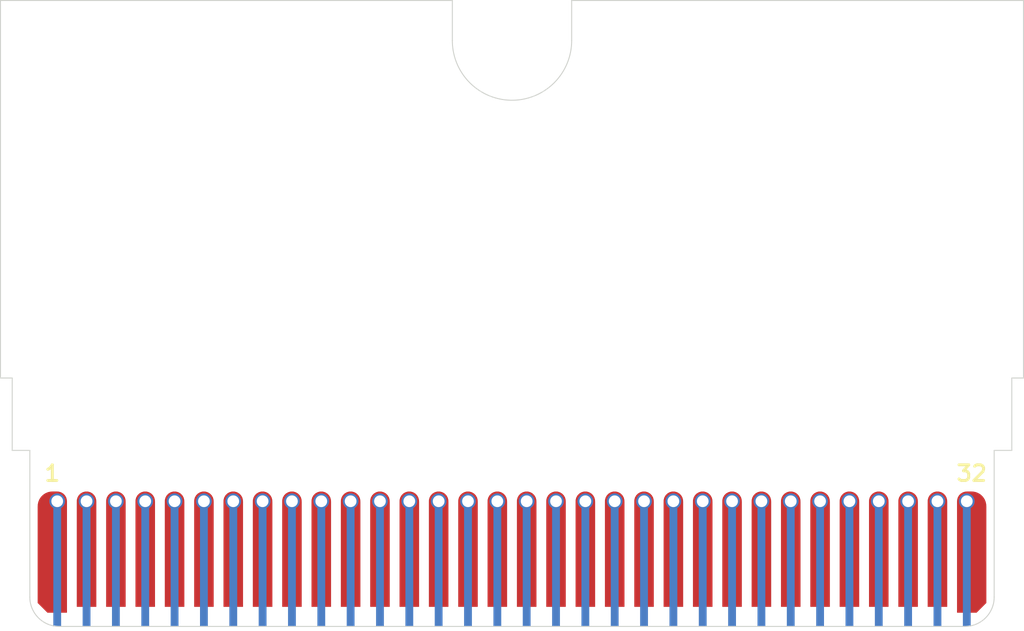
<source format=kicad_pcb>
(kicad_pcb (version 20171130) (host pcbnew "(5.1.6-0-10_14)")

  (general
    (thickness 0.8)
    (drawings 18)
    (tracks 0)
    (zones 0)
    (modules 1)
    (nets 33)
  )

  (page A4)
  (layers
    (0 F.Cu signal)
    (31 B.Cu signal)
    (32 B.Adhes user)
    (33 F.Adhes user)
    (34 B.Paste user)
    (35 F.Paste user)
    (36 B.SilkS user)
    (37 F.SilkS user)
    (38 B.Mask user hide)
    (39 F.Mask user hide)
    (40 Dwgs.User user)
    (41 Cmts.User user)
    (42 Eco1.User user)
    (43 Eco2.User user)
    (44 Edge.Cuts user)
    (45 Margin user)
    (46 B.CrtYd user)
    (47 F.CrtYd user)
    (48 B.Fab user)
    (49 F.Fab user)
  )

  (setup
    (last_trace_width 0.25)
    (trace_clearance 0.2)
    (zone_clearance 0.508)
    (zone_45_only no)
    (trace_min 0.2)
    (via_size 0.8)
    (via_drill 0.4)
    (via_min_size 0.4)
    (via_min_drill 0.3)
    (uvia_size 0.3)
    (uvia_drill 0.1)
    (uvias_allowed no)
    (uvia_min_size 0.2)
    (uvia_min_drill 0.1)
    (edge_width 0.05)
    (segment_width 0.2)
    (pcb_text_width 0.3)
    (pcb_text_size 1.5 1.5)
    (mod_edge_width 0.12)
    (mod_text_size 1 1)
    (mod_text_width 0.15)
    (pad_size 1.524 1.524)
    (pad_drill 0.762)
    (pad_to_mask_clearance 0.05)
    (aux_axis_origin 0 0)
    (visible_elements FFFFFF7F)
    (pcbplotparams
      (layerselection 0x010fc_ffffffff)
      (usegerberextensions false)
      (usegerberattributes true)
      (usegerberadvancedattributes true)
      (creategerberjobfile true)
      (excludeedgelayer true)
      (linewidth 0.100000)
      (plotframeref false)
      (viasonmask false)
      (mode 1)
      (useauxorigin false)
      (hpglpennumber 1)
      (hpglpenspeed 20)
      (hpglpendiameter 15.000000)
      (psnegative false)
      (psa4output false)
      (plotreference true)
      (plotvalue true)
      (plotinvisibletext false)
      (padsonsilk false)
      (subtractmaskfromsilk false)
      (outputformat 1)
      (mirror false)
      (drillshape 1)
      (scaleselection 1)
      (outputdirectory ""))
  )

  (net 0 "")
  (net 1 "Net-(J1-Pad1)")
  (net 2 "Net-(J1-Pad32)")
  (net 3 "Net-(J1-Pad2)")
  (net 4 "Net-(J1-Pad3)")
  (net 5 "Net-(J1-Pad4)")
  (net 6 "Net-(J1-Pad5)")
  (net 7 "Net-(J1-Pad6)")
  (net 8 "Net-(J1-Pad12)")
  (net 9 "Net-(J1-Pad11)")
  (net 10 "Net-(J1-Pad10)")
  (net 11 "Net-(J1-Pad9)")
  (net 12 "Net-(J1-Pad8)")
  (net 13 "Net-(J1-Pad7)")
  (net 14 "Net-(J1-Pad19)")
  (net 15 "Net-(J1-Pad20)")
  (net 16 "Net-(J1-Pad21)")
  (net 17 "Net-(J1-Pad22)")
  (net 18 "Net-(J1-Pad23)")
  (net 19 "Net-(J1-Pad24)")
  (net 20 "Net-(J1-Pad18)")
  (net 21 "Net-(J1-Pad17)")
  (net 22 "Net-(J1-Pad16)")
  (net 23 "Net-(J1-Pad15)")
  (net 24 "Net-(J1-Pad14)")
  (net 25 "Net-(J1-Pad13)")
  (net 26 "Net-(J1-Pad31)")
  (net 27 "Net-(J1-Pad30)")
  (net 28 "Net-(J1-Pad29)")
  (net 29 "Net-(J1-Pad28)")
  (net 30 "Net-(J1-Pad27)")
  (net 31 "Net-(J1-Pad25)")
  (net 32 "Net-(J1-Pad26)")

  (net_class Default "This is the default net class."
    (clearance 0.2)
    (trace_width 0.25)
    (via_dia 0.8)
    (via_drill 0.4)
    (uvia_dia 0.3)
    (uvia_drill 0.1)
    (add_net "Net-(J1-Pad1)")
    (add_net "Net-(J1-Pad10)")
    (add_net "Net-(J1-Pad11)")
    (add_net "Net-(J1-Pad12)")
    (add_net "Net-(J1-Pad13)")
    (add_net "Net-(J1-Pad14)")
    (add_net "Net-(J1-Pad15)")
    (add_net "Net-(J1-Pad16)")
    (add_net "Net-(J1-Pad17)")
    (add_net "Net-(J1-Pad18)")
    (add_net "Net-(J1-Pad19)")
    (add_net "Net-(J1-Pad2)")
    (add_net "Net-(J1-Pad20)")
    (add_net "Net-(J1-Pad21)")
    (add_net "Net-(J1-Pad22)")
    (add_net "Net-(J1-Pad23)")
    (add_net "Net-(J1-Pad24)")
    (add_net "Net-(J1-Pad25)")
    (add_net "Net-(J1-Pad26)")
    (add_net "Net-(J1-Pad27)")
    (add_net "Net-(J1-Pad28)")
    (add_net "Net-(J1-Pad29)")
    (add_net "Net-(J1-Pad3)")
    (add_net "Net-(J1-Pad30)")
    (add_net "Net-(J1-Pad31)")
    (add_net "Net-(J1-Pad32)")
    (add_net "Net-(J1-Pad4)")
    (add_net "Net-(J1-Pad5)")
    (add_net "Net-(J1-Pad6)")
    (add_net "Net-(J1-Pad7)")
    (add_net "Net-(J1-Pad8)")
    (add_net "Net-(J1-Pad9)")
  )

  (module Connector_GameBoy:GameBoy_GamePak_AGB-002_P1.50mm_Edge (layer F.Cu) (tedit 5EDD5DC7) (tstamp 5EDD647B)
    (at 149.65 117)
    (descr "Game Boy Game Pak (AGB) edge connector")
    (tags "game boy game pak agb ags gba advance edge connector")
    (path /5EDD4223)
    (fp_text reference J1 (at -22.075 -7.9) (layer F.Fab) hide
      (effects (font (size 1 1) (thickness 0.15)) (justify left))
    )
    (fp_text value GameBoy_GamePak_AGB-002 (at 0 1.5) (layer F.Fab) hide
      (effects (font (size 1 1) (thickness 0.15)))
    )
    (fp_arc (start 25 -9.4) (end 25 -8.9) (angle -90) (layer F.Fab) (width 0.05))
    (fp_arc (start -25 -9.4) (end -25.5 -9.4) (angle -90) (layer F.Fab) (width 0.05))
    (fp_arc (start 24.85 -8.7) (end 24.85 -8.9) (angle -90) (layer F.Fab) (width 0.05))
    (fp_arc (start -24.85 -8.7) (end -24.65 -8.7) (angle -90) (layer F.Fab) (width 0.05))
    (fp_text user 32 (at 23.5 -7.825) (layer F.SilkS)
      (effects (font (size 0.8 0.8) (thickness 0.15)))
    )
    (fp_arc (start 23.15 -1.5) (end 23.15 0) (angle -90) (layer F.Fab) (width 0.05))
    (fp_arc (start -23.15 -1.5) (end -24.65 -1.5) (angle -90) (layer F.Fab) (width 0.05))
    (fp_text user 1 (at -23.5 -7.825) (layer F.SilkS)
      (effects (font (size 0.8 0.8) (thickness 0.15)))
    )
    (fp_poly (pts (xy 22.65 0.25) (xy 22.35 0.25) (xy 22.35 -5.7) (xy 22.65 -5.7)) (layer B.Mask) (width 0))
    (fp_poly (pts (xy 21.15 0.25) (xy 20.85 0.25) (xy 20.85 -5.7) (xy 21.15 -5.7)) (layer B.Mask) (width 0))
    (fp_poly (pts (xy 19.65 0.25) (xy 19.35 0.25) (xy 19.35 -5.7) (xy 19.65 -5.7)) (layer B.Mask) (width 0))
    (fp_poly (pts (xy 18.15 0.25) (xy 17.85 0.25) (xy 17.85 -5.7) (xy 18.15 -5.7)) (layer B.Mask) (width 0))
    (fp_poly (pts (xy 16.65 0.25) (xy 16.35 0.25) (xy 16.35 -5.7) (xy 16.65 -5.7)) (layer B.Mask) (width 0))
    (fp_poly (pts (xy 15.15 0.25) (xy 14.85 0.25) (xy 14.85 -5.7) (xy 15.15 -5.7)) (layer B.Mask) (width 0))
    (fp_poly (pts (xy 13.65 0.25) (xy 13.35 0.25) (xy 13.35 -5.7) (xy 13.65 -5.7)) (layer B.Mask) (width 0))
    (fp_poly (pts (xy 12.15 0.25) (xy 11.85 0.25) (xy 11.85 -5.7) (xy 12.15 -5.7)) (layer B.Mask) (width 0))
    (fp_poly (pts (xy 10.65 0.25) (xy 10.35 0.25) (xy 10.35 -5.7) (xy 10.65 -5.7)) (layer B.Mask) (width 0))
    (fp_poly (pts (xy 9.15 0.25) (xy 8.85 0.25) (xy 8.85 -5.7) (xy 9.15 -5.7)) (layer B.Mask) (width 0))
    (fp_poly (pts (xy 7.65 0.25) (xy 7.35 0.25) (xy 7.35 -5.7) (xy 7.65 -5.7)) (layer B.Mask) (width 0))
    (fp_poly (pts (xy 6.15 0.25) (xy 5.85 0.25) (xy 5.85 -5.7) (xy 6.15 -5.7)) (layer B.Mask) (width 0))
    (fp_poly (pts (xy 4.65 0.25) (xy 4.35 0.25) (xy 4.35 -5.7) (xy 4.65 -5.7)) (layer B.Mask) (width 0))
    (fp_poly (pts (xy 3.15 0.25) (xy 2.85 0.25) (xy 2.85 -5.7) (xy 3.15 -5.7)) (layer B.Mask) (width 0))
    (fp_poly (pts (xy 1.65 0.25) (xy 1.35 0.25) (xy 1.35 -5.7) (xy 1.65 -5.7)) (layer B.Mask) (width 0))
    (fp_poly (pts (xy 0.15 0.25) (xy -0.15 0.25) (xy -0.15 -5.7) (xy 0.15 -5.7)) (layer B.Mask) (width 0))
    (fp_poly (pts (xy -1.35 0.25) (xy -1.65 0.25) (xy -1.65 -5.7) (xy -1.35 -5.7)) (layer B.Mask) (width 0))
    (fp_poly (pts (xy -2.85 0.25) (xy -3.15 0.25) (xy -3.15 -5.7) (xy -2.85 -5.7)) (layer B.Mask) (width 0))
    (fp_poly (pts (xy -4.35 0.25) (xy -4.65 0.25) (xy -4.65 -5.7) (xy -4.35 -5.7)) (layer B.Mask) (width 0))
    (fp_poly (pts (xy -5.85 0.25) (xy -6.15 0.25) (xy -6.15 -5.7) (xy -5.85 -5.7)) (layer B.Mask) (width 0))
    (fp_poly (pts (xy -7.35 0.25) (xy -7.65 0.25) (xy -7.65 -5.7) (xy -7.35 -5.7)) (layer B.Mask) (width 0))
    (fp_poly (pts (xy -8.85 0.25) (xy -9.15 0.25) (xy -9.15 -5.7) (xy -8.85 -5.7)) (layer B.Mask) (width 0))
    (fp_poly (pts (xy -10.35 0.25) (xy -10.65 0.25) (xy -10.65 -5.7) (xy -10.35 -5.7)) (layer B.Mask) (width 0))
    (fp_poly (pts (xy -11.85 0.25) (xy -12.15 0.25) (xy -12.15 -5.7) (xy -11.85 -5.7)) (layer B.Mask) (width 0))
    (fp_poly (pts (xy -13.35 0.25) (xy -13.65 0.25) (xy -13.65 -5.7) (xy -13.35 -5.7)) (layer B.Mask) (width 0))
    (fp_poly (pts (xy -14.85 0.25) (xy -15.15 0.25) (xy -15.15 -5.7) (xy -14.85 -5.7)) (layer B.Mask) (width 0))
    (fp_poly (pts (xy -16.35 0.25) (xy -16.65 0.25) (xy -16.65 -5.7) (xy -16.35 -5.7)) (layer B.Mask) (width 0))
    (fp_poly (pts (xy -17.85 0.25) (xy -18.15 0.25) (xy -18.15 -5.7) (xy -17.85 -5.7)) (layer B.Mask) (width 0))
    (fp_poly (pts (xy -19.35 0.25) (xy -19.65 0.25) (xy -19.65 -5.7) (xy -19.35 -5.7)) (layer B.Mask) (width 0))
    (fp_poly (pts (xy -20.85 0.25) (xy -21.15 0.25) (xy -21.15 -5.7) (xy -20.85 -5.7)) (layer B.Mask) (width 0))
    (fp_poly (pts (xy 24.9 0.25) (xy -24.9 0.25) (xy -24.9 -5.7) (xy 24.9 -5.7)) (layer F.Mask) (width 0))
    (fp_poly (pts (xy -23.05 0) (xy -23.45 0) (xy -23.45 -6.1) (xy -23.05 -6.1)) (layer B.Cu) (width 0))
    (fp_poly (pts (xy 23.45 0) (xy 23.05 0) (xy 23.05 -6.1) (xy 23.45 -6.1)) (layer B.Cu) (width 0))
    (fp_poly (pts (xy 21.95 0) (xy 21.55 0) (xy 21.55 -6.1) (xy 21.95 -6.1)) (layer B.Cu) (width 0))
    (fp_poly (pts (xy 20.45 0) (xy 20.05 0) (xy 20.05 -6.1) (xy 20.45 -6.1)) (layer B.Cu) (width 0))
    (fp_poly (pts (xy 18.95 0) (xy 18.55 0) (xy 18.55 -6.1) (xy 18.95 -6.1)) (layer B.Cu) (width 0))
    (fp_poly (pts (xy 17.45 0) (xy 17.05 0) (xy 17.05 -6.1) (xy 17.45 -6.1)) (layer B.Cu) (width 0))
    (fp_poly (pts (xy 15.95 0) (xy 15.55 0) (xy 15.55 -6.1) (xy 15.95 -6.1)) (layer B.Cu) (width 0))
    (fp_poly (pts (xy 14.45 0) (xy 14.05 0) (xy 14.05 -6.1) (xy 14.45 -6.1)) (layer B.Cu) (width 0))
    (fp_poly (pts (xy 12.95 0) (xy 12.55 0) (xy 12.55 -6.1) (xy 12.95 -6.1)) (layer B.Cu) (width 0))
    (fp_poly (pts (xy 11.45 0) (xy 11.05 0) (xy 11.05 -6.1) (xy 11.45 -6.1)) (layer B.Cu) (width 0))
    (fp_poly (pts (xy 9.95 0) (xy 9.55 0) (xy 9.55 -6.1) (xy 9.95 -6.1)) (layer B.Cu) (width 0))
    (fp_poly (pts (xy 8.45 0) (xy 8.05 0) (xy 8.05 -6.1) (xy 8.45 -6.1)) (layer B.Cu) (width 0))
    (fp_poly (pts (xy 6.95 0) (xy 6.55 0) (xy 6.55 -6.1) (xy 6.95 -6.1)) (layer B.Cu) (width 0))
    (fp_poly (pts (xy 5.45 0) (xy 5.05 0) (xy 5.05 -6.1) (xy 5.45 -6.1)) (layer B.Cu) (width 0))
    (fp_poly (pts (xy 3.95 0) (xy 3.55 0) (xy 3.55 -6.1) (xy 3.95 -6.1)) (layer B.Cu) (width 0))
    (fp_poly (pts (xy 2.45 0) (xy 2.05 0) (xy 2.05 -6.1) (xy 2.45 -6.1)) (layer B.Cu) (width 0))
    (fp_poly (pts (xy 0.95 0) (xy 0.55 0) (xy 0.55 -6.1) (xy 0.95 -6.1)) (layer B.Cu) (width 0))
    (fp_poly (pts (xy -0.55 0) (xy -0.95 0) (xy -0.95 -6.1) (xy -0.55 -6.1)) (layer B.Cu) (width 0))
    (fp_poly (pts (xy -2.05 0) (xy -2.45 0) (xy -2.45 -6.1) (xy -2.05 -6.1)) (layer B.Cu) (width 0))
    (fp_poly (pts (xy -3.55 0) (xy -3.95 0) (xy -3.95 -6.1) (xy -3.55 -6.1)) (layer B.Cu) (width 0))
    (fp_poly (pts (xy -5.05 0) (xy -5.45 0) (xy -5.45 -6.1) (xy -5.05 -6.1)) (layer B.Cu) (width 0))
    (fp_poly (pts (xy -6.55 0) (xy -6.95 0) (xy -6.95 -6.1) (xy -6.55 -6.1)) (layer B.Cu) (width 0))
    (fp_poly (pts (xy -8.05 0) (xy -8.45 0) (xy -8.45 -6.1) (xy -8.05 -6.1)) (layer B.Cu) (width 0))
    (fp_poly (pts (xy -9.55 0) (xy -9.95 0) (xy -9.95 -6.1) (xy -9.55 -6.1)) (layer B.Cu) (width 0))
    (fp_poly (pts (xy -11.05 0) (xy -11.45 0) (xy -11.45 -6.1) (xy -11.05 -6.1)) (layer B.Cu) (width 0))
    (fp_poly (pts (xy -12.55 0) (xy -12.95 0) (xy -12.95 -6.1) (xy -12.55 -6.1)) (layer B.Cu) (width 0))
    (fp_poly (pts (xy -14.05 0) (xy -14.45 0) (xy -14.45 -6.1) (xy -14.05 -6.1)) (layer B.Cu) (width 0))
    (fp_poly (pts (xy -15.55 0) (xy -15.95 0) (xy -15.95 -6.1) (xy -15.55 -6.1)) (layer B.Cu) (width 0))
    (fp_poly (pts (xy -17.05 0) (xy -17.45 0) (xy -17.45 -6.1) (xy -17.05 -6.1)) (layer B.Cu) (width 0))
    (fp_poly (pts (xy -18.55 0) (xy -18.95 0) (xy -18.95 -6.1) (xy -18.55 -6.1)) (layer B.Cu) (width 0))
    (fp_poly (pts (xy -20.05 0) (xy -20.45 0) (xy -20.45 -6.1) (xy -20.05 -6.1)) (layer B.Cu) (width 0))
    (fp_poly (pts (xy -21.55 0) (xy -21.95 0) (xy -21.95 -6.1) (xy -21.55 -6.1)) (layer B.Cu) (width 0))
    (fp_poly (pts (xy -22.35 0.25) (xy -22.65 0.25) (xy -22.65 -5.7) (xy -22.35 -5.7)) (layer B.Mask) (width 0))
    (fp_poly (pts (xy 22.75 -5.7) (xy 24.25 -5.7) (xy 24.25 -1.2) (xy 23.75 -0.7)
      (xy 22.75 -0.7)) (layer F.Mask) (width 0))
    (fp_poly (pts (xy 21.25 -5.7) (xy 22.25 -5.7) (xy 22.25 -1) (xy 21.25 -1)) (layer F.Mask) (width 0))
    (fp_poly (pts (xy 19.75 -5.7) (xy 20.75 -5.7) (xy 20.75 -1) (xy 19.75 -1)) (layer F.Mask) (width 0))
    (fp_poly (pts (xy 18.25 -5.7) (xy 19.25 -5.7) (xy 19.25 -1) (xy 18.25 -1)) (layer F.Mask) (width 0))
    (fp_poly (pts (xy 16.75 -5.7) (xy 17.75 -5.7) (xy 17.75 -1) (xy 16.75 -1)) (layer F.Mask) (width 0))
    (fp_poly (pts (xy 15.25 -5.7) (xy 16.25 -5.7) (xy 16.25 -1) (xy 15.25 -1)) (layer F.Mask) (width 0))
    (fp_poly (pts (xy 13.75 -5.7) (xy 14.75 -5.7) (xy 14.75 -1) (xy 13.75 -1)) (layer F.Mask) (width 0))
    (fp_poly (pts (xy 12.25 -5.7) (xy 13.25 -5.7) (xy 13.25 -1) (xy 12.25 -1)) (layer F.Mask) (width 0))
    (fp_poly (pts (xy 10.75 -5.7) (xy 11.75 -5.7) (xy 11.75 -1) (xy 10.75 -1)) (layer F.Mask) (width 0))
    (fp_poly (pts (xy 9.25 -5.7) (xy 10.25 -5.7) (xy 10.25 -1) (xy 9.25 -1)) (layer F.Mask) (width 0))
    (fp_poly (pts (xy 7.75 -5.7) (xy 8.75 -5.7) (xy 8.75 -1) (xy 7.75 -1)) (layer F.Mask) (width 0))
    (fp_poly (pts (xy 6.25 -5.7) (xy 7.25 -5.7) (xy 7.25 -1) (xy 6.25 -1)) (layer F.Mask) (width 0))
    (fp_poly (pts (xy 4.75 -5.7) (xy 5.75 -5.7) (xy 5.75 -1) (xy 4.75 -1)) (layer F.Mask) (width 0))
    (fp_poly (pts (xy 3.25 -5.7) (xy 4.25 -5.7) (xy 4.25 -1) (xy 3.25 -1)) (layer F.Mask) (width 0))
    (fp_poly (pts (xy 1.75 -5.7) (xy 2.75 -5.7) (xy 2.75 -1) (xy 1.75 -1)) (layer F.Mask) (width 0))
    (fp_poly (pts (xy 0.25 -5.7) (xy 1.25 -5.7) (xy 1.25 -1) (xy 0.25 -1)) (layer F.Mask) (width 0))
    (fp_poly (pts (xy -1.25 -5.7) (xy -0.25 -5.7) (xy -0.25 -1) (xy -1.25 -1)) (layer F.Mask) (width 0))
    (fp_poly (pts (xy -2.75 -5.7) (xy -1.75 -5.7) (xy -1.75 -1) (xy -2.75 -1)) (layer F.Mask) (width 0))
    (fp_poly (pts (xy -4.25 -5.7) (xy -3.25 -5.7) (xy -3.25 -1) (xy -4.25 -1)) (layer F.Mask) (width 0))
    (fp_poly (pts (xy -5.75 -5.7) (xy -4.75 -5.7) (xy -4.75 -1) (xy -5.75 -1)) (layer F.Mask) (width 0))
    (fp_poly (pts (xy -7.25 -5.7) (xy -6.25 -5.7) (xy -6.25 -1) (xy -7.25 -1)) (layer F.Mask) (width 0))
    (fp_poly (pts (xy -8.75 -5.7) (xy -7.75 -5.7) (xy -7.75 -1) (xy -8.75 -1)) (layer F.Mask) (width 0))
    (fp_poly (pts (xy -10.25 -5.7) (xy -9.25 -5.7) (xy -9.25 -1) (xy -10.25 -1)) (layer F.Mask) (width 0))
    (fp_poly (pts (xy -11.75 -5.7) (xy -10.75 -5.7) (xy -10.75 -1) (xy -11.75 -1)) (layer F.Mask) (width 0))
    (fp_poly (pts (xy -13.25 -5.7) (xy -12.25 -5.7) (xy -12.25 -1) (xy -13.25 -1)) (layer F.Mask) (width 0))
    (fp_poly (pts (xy -14.75 -5.7) (xy -13.75 -5.7) (xy -13.75 -1) (xy -14.75 -1)) (layer F.Mask) (width 0))
    (fp_poly (pts (xy -16.25 -5.7) (xy -15.25 -5.7) (xy -15.25 -1) (xy -16.25 -1)) (layer F.Mask) (width 0))
    (fp_poly (pts (xy -17.75 -5.7) (xy -16.75 -5.7) (xy -16.75 -1) (xy -17.75 -1)) (layer F.Mask) (width 0))
    (fp_poly (pts (xy -19.25 -5.7) (xy -18.25 -5.7) (xy -18.25 -1) (xy -19.25 -1)) (layer F.Mask) (width 0))
    (fp_poly (pts (xy -20.75 -5.7) (xy -19.75 -5.7) (xy -19.75 -1) (xy -20.75 -1)) (layer F.Mask) (width 0))
    (fp_poly (pts (xy -24.25 -5.7) (xy -22.75 -5.7) (xy -22.75 -0.7) (xy -23.75 -0.7)
      (xy -24.25 -1.2)) (layer F.Mask) (width 0))
    (fp_poly (pts (xy -22.25 -5.7) (xy -21.25 -5.7) (xy -21.25 -1) (xy -22.25 -1)) (layer F.Mask) (width 0))
    (fp_line (start 24.65 -8.7) (end 24.65 -1.5) (layer F.Fab) (width 0.05))
    (fp_line (start -24.65 -1.5) (end -24.65 -8.7) (layer F.Fab) (width 0.05))
    (fp_line (start -23.15 0) (end 23.15 0) (layer F.Fab) (width 0.05))
    (fp_poly (pts (xy -23.85 0.25) (xy -24.9 0.25) (xy -24.9 -5.7) (xy -23.85 -5.7)) (layer B.Mask) (width 0))
    (fp_poly (pts (xy 24.9 0.25) (xy 23.85 0.25) (xy 23.85 -5.7) (xy 24.9 -5.7)) (layer B.Mask) (width 0))
    (fp_line (start -24.85 -8.9) (end -25 -8.9) (layer F.Fab) (width 0.05))
    (fp_line (start 25 -8.9) (end 24.85 -8.9) (layer F.Fab) (width 0.05))
    (pad 32 connect custom (at 23.25 -6.4) (size 0.8 0.8) (layers F.Cu)
      (net 2 "Net-(J1-Pad32)") (zone_connect 0)
      (options (clearance outline) (anchor circle))
      (primitives
        (gr_line (start 0 -0.45) (end 0.25 -0.45) (width 0.1))
        (gr_poly (pts
           (xy -0.5 5.7) (xy -0.5 0.25) (xy 1 0.25) (xy 1 5.2) (xy 0.5 5.7)
) (width 0))
        (gr_circle (center 0.25 0.25) (end 0.625 0.25) (width 0.75))
        (gr_circle (center 0 0) (end 0.25 0) (width 0.5))
        (gr_line (start -0.45 0) (end -0.45 0.25) (width 0.1))
      ))
    (pad 1 connect custom (at -23.25 -6.4) (size 0.8 0.8) (layers F.Cu)
      (net 1 "Net-(J1-Pad1)") (zone_connect 0)
      (options (clearance outline) (anchor circle))
      (primitives
        (gr_line (start -0.25 -0.45) (end 0 -0.45) (width 0.1))
        (gr_circle (center 0 0) (end 0.25 0) (width 0.5))
        (gr_poly (pts
           (xy -1 5.2) (xy -1 0.25) (xy 0.5 0.25) (xy 0.5 5.7) (xy -0.5 5.7)
) (width 0))
        (gr_circle (center -0.25 0.25) (end 0.125 0.25) (width 0.75))
        (gr_line (start 0.45 0) (end 0.45 0.25) (width 0.1))
      ))
    (pad 31 thru_hole circle (at 21.75 -6.4) (size 0.8 0.8) (drill 0.6) (layers *.Cu *.Mask)
      (net 26 "Net-(J1-Pad31)"))
    (pad 30 thru_hole circle (at 20.25 -6.4) (size 0.8 0.8) (drill 0.6) (layers *.Cu *.Mask)
      (net 27 "Net-(J1-Pad30)"))
    (pad 29 thru_hole circle (at 18.75 -6.4) (size 0.8 0.8) (drill 0.6) (layers *.Cu *.Mask)
      (net 28 "Net-(J1-Pad29)"))
    (pad 28 thru_hole circle (at 17.25 -6.4) (size 0.8 0.8) (drill 0.6) (layers *.Cu *.Mask)
      (net 29 "Net-(J1-Pad28)"))
    (pad 27 thru_hole circle (at 15.75 -6.4) (size 0.8 0.8) (drill 0.6) (layers *.Cu *.Mask)
      (net 30 "Net-(J1-Pad27)"))
    (pad 26 thru_hole circle (at 14.25 -6.4) (size 0.8 0.8) (drill 0.6) (layers *.Cu *.Mask)
      (net 32 "Net-(J1-Pad26)"))
    (pad 25 thru_hole circle (at 12.75 -6.4) (size 0.8 0.8) (drill 0.6) (layers *.Cu *.Mask)
      (net 31 "Net-(J1-Pad25)"))
    (pad 24 thru_hole circle (at 11.25 -6.4) (size 0.8 0.8) (drill 0.6) (layers *.Cu *.Mask)
      (net 19 "Net-(J1-Pad24)"))
    (pad 23 thru_hole circle (at 9.75 -6.4) (size 0.8 0.8) (drill 0.6) (layers *.Cu *.Mask)
      (net 18 "Net-(J1-Pad23)"))
    (pad 22 thru_hole circle (at 8.25 -6.4) (size 0.8 0.8) (drill 0.6) (layers *.Cu *.Mask)
      (net 17 "Net-(J1-Pad22)"))
    (pad 21 thru_hole circle (at 6.75 -6.4) (size 0.8 0.8) (drill 0.6) (layers *.Cu *.Mask)
      (net 16 "Net-(J1-Pad21)"))
    (pad 20 thru_hole circle (at 5.25 -6.4) (size 0.8 0.8) (drill 0.6) (layers *.Cu *.Mask)
      (net 15 "Net-(J1-Pad20)"))
    (pad 19 thru_hole circle (at 3.75 -6.4) (size 0.8 0.8) (drill 0.6) (layers *.Cu *.Mask)
      (net 14 "Net-(J1-Pad19)"))
    (pad 18 thru_hole circle (at 2.25 -6.4) (size 0.8 0.8) (drill 0.6) (layers *.Cu *.Mask)
      (net 20 "Net-(J1-Pad18)"))
    (pad 17 thru_hole circle (at 0.75 -6.4) (size 0.8 0.8) (drill 0.6) (layers *.Cu *.Mask)
      (net 21 "Net-(J1-Pad17)"))
    (pad 16 thru_hole circle (at -0.75 -6.4) (size 0.8 0.8) (drill 0.6) (layers *.Cu *.Mask)
      (net 22 "Net-(J1-Pad16)"))
    (pad 15 thru_hole circle (at -2.25 -6.4) (size 0.8 0.8) (drill 0.6) (layers *.Cu *.Mask)
      (net 23 "Net-(J1-Pad15)"))
    (pad 14 thru_hole circle (at -3.75 -6.4) (size 0.8 0.8) (drill 0.6) (layers *.Cu *.Mask)
      (net 24 "Net-(J1-Pad14)"))
    (pad 13 thru_hole circle (at -5.25 -6.4) (size 0.8 0.8) (drill 0.6) (layers *.Cu *.Mask)
      (net 25 "Net-(J1-Pad13)"))
    (pad 12 thru_hole circle (at -6.75 -6.4) (size 0.8 0.8) (drill 0.6) (layers *.Cu *.Mask)
      (net 8 "Net-(J1-Pad12)"))
    (pad 11 thru_hole circle (at -8.25 -6.4) (size 0.8 0.8) (drill 0.6) (layers *.Cu *.Mask)
      (net 9 "Net-(J1-Pad11)"))
    (pad 10 thru_hole circle (at -9.75 -6.4) (size 0.8 0.8) (drill 0.6) (layers *.Cu *.Mask)
      (net 10 "Net-(J1-Pad10)"))
    (pad 9 thru_hole circle (at -11.25 -6.4) (size 0.8 0.8) (drill 0.6) (layers *.Cu *.Mask)
      (net 11 "Net-(J1-Pad9)"))
    (pad 8 thru_hole circle (at -12.75 -6.4) (size 0.8 0.8) (drill 0.6) (layers *.Cu *.Mask)
      (net 12 "Net-(J1-Pad8)"))
    (pad 7 thru_hole circle (at -14.25 -6.4) (size 0.8 0.8) (drill 0.6) (layers *.Cu *.Mask)
      (net 13 "Net-(J1-Pad7)"))
    (pad 6 thru_hole circle (at -15.75 -6.4) (size 0.8 0.8) (drill 0.6) (layers *.Cu *.Mask)
      (net 7 "Net-(J1-Pad6)"))
    (pad 5 thru_hole circle (at -17.25 -6.4) (size 0.8 0.8) (drill 0.6) (layers *.Cu *.Mask)
      (net 6 "Net-(J1-Pad5)"))
    (pad 4 thru_hole circle (at -18.75 -6.4) (size 0.8 0.8) (drill 0.6) (layers *.Cu *.Mask)
      (net 5 "Net-(J1-Pad4)"))
    (pad 3 thru_hole circle (at -20.25 -6.4) (size 0.8 0.8) (drill 0.6) (layers *.Cu *.Mask)
      (net 4 "Net-(J1-Pad3)"))
    (pad 31 connect custom (at 21.75 -6.4) (size 0.8 0.8) (layers F.Cu)
      (net 26 "Net-(J1-Pad31)") (zone_connect 0)
      (options (clearance outline) (anchor circle))
      (primitives
        (gr_poly (pts
           (xy -0.5 5.4) (xy 0.5 5.4) (xy 0.5 0) (xy -0.5 0)) (width 0))
        (gr_circle (center -0.001247 0) (end 0.25 0) (width 0.5))
      ))
    (pad 30 connect custom (at 20.25 -6.4) (size 0.8 0.8) (layers F.Cu)
      (net 27 "Net-(J1-Pad30)") (zone_connect 0)
      (options (clearance outline) (anchor circle))
      (primitives
        (gr_poly (pts
           (xy -0.5 5.4) (xy 0.5 5.4) (xy 0.5 0) (xy -0.5 0)) (width 0))
        (gr_circle (center -0.001247 0) (end 0.25 0) (width 0.5))
      ))
    (pad 29 connect custom (at 18.75 -6.4) (size 0.8 0.8) (layers F.Cu)
      (net 28 "Net-(J1-Pad29)") (zone_connect 0)
      (options (clearance outline) (anchor circle))
      (primitives
        (gr_poly (pts
           (xy -0.5 5.4) (xy 0.5 5.4) (xy 0.5 0) (xy -0.5 0)) (width 0))
        (gr_circle (center -0.001247 0) (end 0.25 0) (width 0.5))
      ))
    (pad 28 connect custom (at 17.25 -6.4) (size 0.8 0.8) (layers F.Cu)
      (net 29 "Net-(J1-Pad28)") (zone_connect 0)
      (options (clearance outline) (anchor circle))
      (primitives
        (gr_poly (pts
           (xy -0.5 5.4) (xy 0.5 5.4) (xy 0.5 0) (xy -0.5 0)) (width 0))
        (gr_circle (center -0.001247 0) (end 0.25 0) (width 0.5))
      ))
    (pad 27 connect custom (at 15.75 -6.4) (size 0.8 0.8) (layers F.Cu)
      (net 30 "Net-(J1-Pad27)") (zone_connect 0)
      (options (clearance outline) (anchor circle))
      (primitives
        (gr_poly (pts
           (xy -0.5 5.4) (xy 0.5 5.4) (xy 0.5 0) (xy -0.5 0)) (width 0))
        (gr_circle (center -0.001247 0) (end 0.25 0) (width 0.5))
      ))
    (pad 26 connect custom (at 14.25 -6.4) (size 0.8 0.8) (layers F.Cu)
      (net 32 "Net-(J1-Pad26)") (zone_connect 0)
      (options (clearance outline) (anchor circle))
      (primitives
        (gr_poly (pts
           (xy -0.5 5.4) (xy 0.5 5.4) (xy 0.5 0) (xy -0.5 0)) (width 0))
        (gr_circle (center -0.001247 0) (end 0.25 0) (width 0.5))
      ))
    (pad 25 connect custom (at 12.75 -6.4) (size 0.8 0.8) (layers F.Cu)
      (net 31 "Net-(J1-Pad25)") (zone_connect 0)
      (options (clearance outline) (anchor circle))
      (primitives
        (gr_poly (pts
           (xy -0.5 5.4) (xy 0.5 5.4) (xy 0.5 0) (xy -0.5 0)) (width 0))
        (gr_circle (center -0.001247 0) (end 0.25 0) (width 0.5))
      ))
    (pad 24 connect custom (at 11.25 -6.4) (size 0.8 0.8) (layers F.Cu)
      (net 19 "Net-(J1-Pad24)") (zone_connect 0)
      (options (clearance outline) (anchor circle))
      (primitives
        (gr_poly (pts
           (xy -0.5 5.4) (xy 0.5 5.4) (xy 0.5 0) (xy -0.5 0)) (width 0))
        (gr_circle (center -0.001247 0) (end 0.25 0) (width 0.5))
      ))
    (pad 23 connect custom (at 9.75 -6.4) (size 0.8 0.8) (layers F.Cu)
      (net 18 "Net-(J1-Pad23)") (zone_connect 0)
      (options (clearance outline) (anchor circle))
      (primitives
        (gr_poly (pts
           (xy -0.5 5.4) (xy 0.5 5.4) (xy 0.5 0) (xy -0.5 0)) (width 0))
        (gr_circle (center -0.001247 0) (end 0.25 0) (width 0.5))
      ))
    (pad 22 connect custom (at 8.25 -6.4) (size 0.8 0.8) (layers F.Cu)
      (net 17 "Net-(J1-Pad22)") (zone_connect 0)
      (options (clearance outline) (anchor circle))
      (primitives
        (gr_poly (pts
           (xy -0.5 5.4) (xy 0.5 5.4) (xy 0.5 0) (xy -0.5 0)) (width 0))
        (gr_circle (center -0.001247 0) (end 0.25 0) (width 0.5))
      ))
    (pad 21 connect custom (at 6.75 -6.4) (size 0.8 0.8) (layers F.Cu)
      (net 16 "Net-(J1-Pad21)") (zone_connect 0)
      (options (clearance outline) (anchor circle))
      (primitives
        (gr_poly (pts
           (xy -0.5 5.4) (xy 0.5 5.4) (xy 0.5 0) (xy -0.5 0)) (width 0))
        (gr_circle (center -0.001247 0) (end 0.25 0) (width 0.5))
      ))
    (pad 20 connect custom (at 5.25 -6.4) (size 0.8 0.8) (layers F.Cu)
      (net 15 "Net-(J1-Pad20)") (zone_connect 0)
      (options (clearance outline) (anchor circle))
      (primitives
        (gr_poly (pts
           (xy -0.5 5.4) (xy 0.5 5.4) (xy 0.5 0) (xy -0.5 0)) (width 0))
        (gr_circle (center -0.001247 0) (end 0.25 0) (width 0.5))
      ))
    (pad 19 connect custom (at 3.75 -6.4) (size 0.8 0.8) (layers F.Cu)
      (net 14 "Net-(J1-Pad19)") (zone_connect 0)
      (options (clearance outline) (anchor circle))
      (primitives
        (gr_poly (pts
           (xy -0.5 5.4) (xy 0.5 5.4) (xy 0.5 0) (xy -0.5 0)) (width 0))
        (gr_circle (center -0.001247 0) (end 0.25 0) (width 0.5))
      ))
    (pad 18 connect custom (at 2.25 -6.4) (size 0.8 0.8) (layers F.Cu)
      (net 20 "Net-(J1-Pad18)") (zone_connect 0)
      (options (clearance outline) (anchor circle))
      (primitives
        (gr_poly (pts
           (xy -0.5 5.4) (xy 0.5 5.4) (xy 0.5 0) (xy -0.5 0)) (width 0))
        (gr_circle (center -0.001247 0) (end 0.25 0) (width 0.5))
      ))
    (pad 17 connect custom (at 0.75 -6.4) (size 0.8 0.8) (layers F.Cu)
      (net 21 "Net-(J1-Pad17)") (zone_connect 0)
      (options (clearance outline) (anchor circle))
      (primitives
        (gr_poly (pts
           (xy -0.5 5.4) (xy 0.5 5.4) (xy 0.5 0) (xy -0.5 0)) (width 0))
        (gr_circle (center -0.001247 0) (end 0.25 0) (width 0.5))
      ))
    (pad 16 connect custom (at -0.75 -6.4) (size 0.8 0.8) (layers F.Cu)
      (net 22 "Net-(J1-Pad16)") (zone_connect 0)
      (options (clearance outline) (anchor circle))
      (primitives
        (gr_poly (pts
           (xy -0.5 5.4) (xy 0.5 5.4) (xy 0.5 0) (xy -0.5 0)) (width 0))
        (gr_circle (center -0.001247 0) (end 0.25 0) (width 0.5))
      ))
    (pad 15 connect custom (at -2.25 -6.4) (size 0.8 0.8) (layers F.Cu)
      (net 23 "Net-(J1-Pad15)") (zone_connect 0)
      (options (clearance outline) (anchor circle))
      (primitives
        (gr_poly (pts
           (xy -0.5 5.4) (xy 0.5 5.4) (xy 0.5 0) (xy -0.5 0)) (width 0))
        (gr_circle (center -0.001247 0) (end 0.25 0) (width 0.5))
      ))
    (pad 14 connect custom (at -3.75 -6.4) (size 0.8 0.8) (layers F.Cu)
      (net 24 "Net-(J1-Pad14)") (zone_connect 0)
      (options (clearance outline) (anchor circle))
      (primitives
        (gr_poly (pts
           (xy -0.5 5.4) (xy 0.5 5.4) (xy 0.5 0) (xy -0.5 0)) (width 0))
        (gr_circle (center -0.001247 0) (end 0.25 0) (width 0.5))
      ))
    (pad 13 connect custom (at -5.25 -6.4) (size 0.8 0.8) (layers F.Cu)
      (net 25 "Net-(J1-Pad13)") (zone_connect 0)
      (options (clearance outline) (anchor circle))
      (primitives
        (gr_poly (pts
           (xy -0.5 5.4) (xy 0.5 5.4) (xy 0.5 0) (xy -0.5 0)) (width 0))
        (gr_circle (center -0.001247 0) (end 0.25 0) (width 0.5))
      ))
    (pad 12 connect custom (at -6.75 -6.4) (size 0.8 0.8) (layers F.Cu)
      (net 8 "Net-(J1-Pad12)") (zone_connect 0)
      (options (clearance outline) (anchor circle))
      (primitives
        (gr_poly (pts
           (xy -0.5 5.4) (xy 0.5 5.4) (xy 0.5 0) (xy -0.5 0)) (width 0))
        (gr_circle (center -0.001247 0) (end 0.25 0) (width 0.5))
      ))
    (pad 11 connect custom (at -8.25 -6.4) (size 0.8 0.8) (layers F.Cu)
      (net 9 "Net-(J1-Pad11)") (zone_connect 0)
      (options (clearance outline) (anchor circle))
      (primitives
        (gr_poly (pts
           (xy -0.5 5.4) (xy 0.5 5.4) (xy 0.5 0) (xy -0.5 0)) (width 0))
        (gr_circle (center -0.001247 0) (end 0.25 0) (width 0.5))
      ))
    (pad 10 connect custom (at -9.75 -6.4) (size 0.8 0.8) (layers F.Cu)
      (net 10 "Net-(J1-Pad10)") (zone_connect 0)
      (options (clearance outline) (anchor circle))
      (primitives
        (gr_poly (pts
           (xy -0.5 5.4) (xy 0.5 5.4) (xy 0.5 0) (xy -0.5 0)) (width 0))
        (gr_circle (center -0.001247 0) (end 0.25 0) (width 0.5))
      ))
    (pad 9 connect custom (at -11.25 -6.4) (size 0.8 0.8) (layers F.Cu)
      (net 11 "Net-(J1-Pad9)") (zone_connect 0)
      (options (clearance outline) (anchor circle))
      (primitives
        (gr_poly (pts
           (xy -0.5 5.4) (xy 0.5 5.4) (xy 0.5 0) (xy -0.5 0)) (width 0))
        (gr_circle (center -0.001247 0) (end 0.25 0) (width 0.5))
      ))
    (pad 8 connect custom (at -12.75 -6.4) (size 0.8 0.8) (layers F.Cu)
      (net 12 "Net-(J1-Pad8)") (zone_connect 0)
      (options (clearance outline) (anchor circle))
      (primitives
        (gr_poly (pts
           (xy -0.5 5.4) (xy 0.5 5.4) (xy 0.5 0) (xy -0.5 0)) (width 0))
        (gr_circle (center -0.001247 0) (end 0.25 0) (width 0.5))
      ))
    (pad 7 connect custom (at -14.25 -6.4) (size 0.8 0.8) (layers F.Cu)
      (net 13 "Net-(J1-Pad7)") (zone_connect 0)
      (options (clearance outline) (anchor circle))
      (primitives
        (gr_poly (pts
           (xy -0.5 5.4) (xy 0.5 5.4) (xy 0.5 0) (xy -0.5 0)) (width 0))
        (gr_circle (center -0.001247 0) (end 0.25 0) (width 0.5))
      ))
    (pad 6 connect custom (at -15.75 -6.4) (size 0.8 0.8) (layers F.Cu)
      (net 7 "Net-(J1-Pad6)") (zone_connect 0)
      (options (clearance outline) (anchor circle))
      (primitives
        (gr_poly (pts
           (xy -0.5 5.4) (xy 0.5 5.4) (xy 0.5 0) (xy -0.5 0)) (width 0))
        (gr_circle (center -0.001247 0) (end 0.25 0) (width 0.5))
      ))
    (pad 5 connect custom (at -17.25 -6.4) (size 0.8 0.8) (layers F.Cu)
      (net 6 "Net-(J1-Pad5)") (zone_connect 0)
      (options (clearance outline) (anchor circle))
      (primitives
        (gr_poly (pts
           (xy -0.5 5.4) (xy 0.5 5.4) (xy 0.5 0) (xy -0.5 0)) (width 0))
        (gr_circle (center -0.001247 0) (end 0.25 0) (width 0.5))
      ))
    (pad 4 connect custom (at -18.75 -6.4) (size 0.8 0.8) (layers F.Cu)
      (net 5 "Net-(J1-Pad4)") (zone_connect 0)
      (options (clearance outline) (anchor circle))
      (primitives
        (gr_poly (pts
           (xy -0.5 5.4) (xy 0.5 5.4) (xy 0.5 0) (xy -0.5 0)) (width 0))
        (gr_circle (center -0.001247 0) (end 0.25 0) (width 0.5))
      ))
    (pad 3 connect custom (at -20.25 -6.4) (size 0.8 0.8) (layers F.Cu)
      (net 4 "Net-(J1-Pad3)") (zone_connect 0)
      (options (clearance outline) (anchor circle))
      (primitives
        (gr_poly (pts
           (xy -0.5 5.4) (xy 0.5 5.4) (xy 0.5 0) (xy -0.5 0)) (width 0))
        (gr_circle (center -0.001247 0) (end 0.25 0) (width 0.5))
      ))
    (pad 2 connect custom (at -21.75 -6.4) (size 0.8 0.8) (layers F.Cu)
      (net 3 "Net-(J1-Pad2)") (zone_connect 0)
      (options (clearance outline) (anchor circle))
      (primitives
        (gr_poly (pts
           (xy -0.5 5.4) (xy 0.5 5.4) (xy 0.5 0) (xy -0.5 0)) (width 0))
        (gr_circle (center -0.001247 0) (end 0.25 0) (width 0.5))
      ))
    (pad 32 thru_hole circle (at 23.25 -6.4) (size 0.8 0.8) (drill 0.6) (layers *.Cu *.Mask)
      (net 2 "Net-(J1-Pad32)"))
    (pad 1 thru_hole circle (at -23.25 -6.4) (size 0.8 0.8) (drill 0.6) (layers *.Cu *.Mask)
      (net 1 "Net-(J1-Pad1)"))
    (pad 2 thru_hole circle (at -21.75 -6.4) (size 0.8 0.8) (drill 0.6) (layers *.Cu *.Mask)
      (net 3 "Net-(J1-Pad2)"))
  )

  (gr_line (start 123.5 104.3) (end 124.1 104.3) (layer Edge.Cuts) (width 0.05) (tstamp 5EDC0455))
  (gr_line (start 124.1 104.3) (end 124.1 108) (layer Edge.Cuts) (width 0.05) (tstamp 5EDC0454))
  (gr_arc (start 126.5 115.5) (end 125 115.5) (angle -90) (layer Edge.Cuts) (width 0.05) (tstamp 5EDC0453))
  (gr_arc (start 172.8 115.5) (end 172.8 117) (angle -90) (layer Edge.Cuts) (width 0.05) (tstamp 5EDC0452))
  (gr_line (start 123.5 85) (end 146.6 85) (layer Edge.Cuts) (width 0.05) (tstamp 5EDC0451))
  (gr_line (start 146.6 85) (end 146.6 87.05) (layer Edge.Cuts) (width 0.05) (tstamp 5EDC0450))
  (gr_line (start 152.7 85) (end 152.7 87.05) (layer Edge.Cuts) (width 0.05) (tstamp 5EDC044F))
  (gr_line (start 175.8 85) (end 152.7 85) (layer Edge.Cuts) (width 0.05) (tstamp 5EDC044E))
  (gr_arc (start 149.65 87.05) (end 146.6 87.05) (angle -180) (layer Edge.Cuts) (width 0.05) (tstamp 5EDC044D))
  (gr_line (start 175.2 104.3) (end 175.2 108) (layer Edge.Cuts) (width 0.05) (tstamp 5EDC044C))
  (gr_line (start 175.2 104.3) (end 175.8 104.3) (layer Edge.Cuts) (width 0.05) (tstamp 5EDC044B))
  (gr_line (start 175.2 108) (end 174.3 108) (layer Edge.Cuts) (width 0.05) (tstamp 5EDC044A))
  (gr_line (start 175.8 104.3) (end 175.8 85) (layer Edge.Cuts) (width 0.05) (tstamp 5EDC0449))
  (gr_line (start 123.5 104.3) (end 123.5 85) (layer Edge.Cuts) (width 0.05) (tstamp 5EDC0448))
  (gr_line (start 125 115.5) (end 125 108) (layer Edge.Cuts) (width 0.05) (tstamp 5EDC0447))
  (gr_line (start 125 108) (end 124.1 108) (layer Edge.Cuts) (width 0.05) (tstamp 5EDC0446))
  (gr_line (start 174.3 115.5) (end 174.3 108) (layer Edge.Cuts) (width 0.05) (tstamp 5EDC0445))
  (gr_line (start 172.8 117) (end 126.5 117) (layer Edge.Cuts) (width 0.05) (tstamp 5EDC0444))

)

</source>
